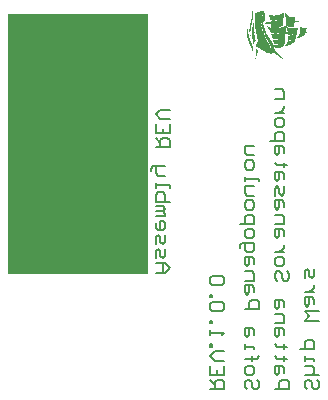
<source format=gbo>
G04*
G04 #@! TF.GenerationSoftware,Altium Limited,Altium Designer,22.1.2 (22)*
G04*
G04 Layer_Color=32896*
%FSLAX25Y25*%
%MOIN*%
G70*
G04*
G04 #@! TF.SameCoordinates,116BC8F2-B144-4446-8F30-5785F86A2056*
G04*
G04*
G04 #@! TF.FilePolarity,Positive*
G04*
G01*
G75*
%ADD14C,0.00787*%
%ADD169R,0.46500X0.87039*%
G36*
X281924Y241256D02*
X282089D01*
Y241174D01*
X282171D01*
Y241091D01*
X282253D01*
Y241009D01*
X282336D01*
Y240927D01*
X282418D01*
Y240844D01*
X282501D01*
Y240762D01*
X282583D01*
Y240680D01*
X282748D01*
Y240597D01*
X282830D01*
Y240515D01*
X282913D01*
Y240432D01*
X283077D01*
Y240350D01*
X283160D01*
Y240267D01*
X283325D01*
Y240185D01*
X283489D01*
Y240103D01*
X283737D01*
Y240020D01*
X284066D01*
Y239938D01*
X284973D01*
Y240020D01*
X285220D01*
Y240103D01*
X285467D01*
Y239691D01*
X285385D01*
Y239031D01*
X285302D01*
Y238537D01*
X286786D01*
Y238455D01*
X286950D01*
Y238372D01*
X286786D01*
Y238290D01*
X285302D01*
Y238207D01*
X285220D01*
Y237878D01*
X285138D01*
Y237218D01*
X285055D01*
Y236642D01*
X284973D01*
Y236559D01*
X283902D01*
Y236642D01*
X283572D01*
Y236724D01*
X283325D01*
Y236806D01*
X283077D01*
Y236889D01*
X282913D01*
Y236971D01*
X282748D01*
Y237054D01*
X282583D01*
Y237136D01*
X282418D01*
Y238784D01*
X282336D01*
Y239361D01*
X282253D01*
Y239773D01*
X282171D01*
Y240103D01*
X282089D01*
Y240432D01*
X282006D01*
Y240680D01*
X281924D01*
Y240927D01*
X281841D01*
Y241339D01*
X281924D01*
Y241256D01*
D02*
G37*
G36*
X269810Y236394D02*
X269728D01*
Y236477D01*
X269810D01*
Y236394D01*
D02*
G37*
G36*
X270882Y242575D02*
X270964D01*
Y242410D01*
X271046D01*
Y242245D01*
X271129D01*
Y242080D01*
X271211D01*
Y241915D01*
X271294D01*
Y241668D01*
X271376D01*
Y241256D01*
X271458D01*
Y240267D01*
X271376D01*
Y239691D01*
X271294D01*
Y239279D01*
X271211D01*
Y238949D01*
X271129D01*
Y238537D01*
X271046D01*
Y238207D01*
X270964D01*
Y237795D01*
X270882D01*
Y237466D01*
X270799D01*
Y237054D01*
X270717D01*
Y236559D01*
X270634D01*
Y236065D01*
X270552D01*
Y235323D01*
X270469D01*
Y234087D01*
X270552D01*
Y233593D01*
X270469D01*
Y233757D01*
X270387D01*
Y234005D01*
X270305D01*
Y234334D01*
X270222D01*
Y235076D01*
X270140D01*
Y235818D01*
X270222D01*
Y236559D01*
X270305D01*
Y237054D01*
X270387D01*
Y237466D01*
X270469D01*
Y237878D01*
X270552D01*
Y238290D01*
X270634D01*
Y238619D01*
X270717D01*
Y239031D01*
X270799D01*
Y239443D01*
X270882D01*
Y239938D01*
X270964D01*
Y240680D01*
X271046D01*
Y241174D01*
X270964D01*
Y241998D01*
Y242080D01*
Y242163D01*
X270882D01*
Y242575D01*
X270799D01*
Y242657D01*
X270882D01*
Y242575D01*
D02*
G37*
G36*
X287033Y236724D02*
X287198D01*
Y236642D01*
X287363D01*
Y236559D01*
X287610D01*
Y236477D01*
X287939D01*
Y236394D01*
X288928D01*
Y236477D01*
X289093D01*
Y236394D01*
X289175D01*
Y235982D01*
X289093D01*
Y235323D01*
X289011D01*
Y235076D01*
X290494D01*
Y234994D01*
X290576D01*
Y234911D01*
X290411D01*
Y234829D01*
X289340D01*
Y234746D01*
X288846D01*
Y234581D01*
X288763D01*
Y234417D01*
X288681D01*
Y234252D01*
X288598D01*
Y234087D01*
X288516D01*
Y234005D01*
X288434D01*
Y233922D01*
X288351D01*
Y233840D01*
X288269D01*
Y233757D01*
X288187D01*
Y233675D01*
X288022D01*
Y233593D01*
X287939D01*
Y233510D01*
X287774D01*
Y233428D01*
X287610D01*
Y233345D01*
X287445D01*
Y233263D01*
X287198D01*
Y233181D01*
X287033D01*
Y233098D01*
X286703D01*
Y233016D01*
X286291D01*
Y232933D01*
X286126D01*
Y233181D01*
X286209D01*
Y233263D01*
X286291D01*
Y233345D01*
X286374D01*
Y233510D01*
X286456D01*
Y233593D01*
X286538D01*
Y233757D01*
X286621D01*
Y233922D01*
X286703D01*
Y234170D01*
X286786D01*
Y234417D01*
X286868D01*
Y234664D01*
X286950D01*
Y235076D01*
X287033D01*
Y235241D01*
Y235323D01*
Y236147D01*
X286950D01*
Y236477D01*
X286868D01*
Y236642D01*
X286786D01*
Y236806D01*
X287033D01*
Y236724D01*
D02*
G37*
G36*
X275002Y241915D02*
X275084D01*
Y241421D01*
X275167D01*
Y240844D01*
X275249D01*
Y240350D01*
X275331D01*
Y239691D01*
X275414D01*
Y238784D01*
X275331D01*
Y238702D01*
X275084D01*
Y238619D01*
X274919D01*
Y238537D01*
X274837D01*
Y238455D01*
X274755D01*
Y238290D01*
X274672D01*
Y237960D01*
X274755D01*
Y237383D01*
X274837D01*
Y236971D01*
X274919D01*
Y236642D01*
X275002D01*
Y236394D01*
X275084D01*
Y236147D01*
X275167D01*
Y235900D01*
X275249D01*
Y235653D01*
X275331D01*
Y235488D01*
X275414D01*
Y235241D01*
X275496D01*
Y235076D01*
X275579D01*
Y234911D01*
X275661D01*
Y234746D01*
X275743D01*
Y234581D01*
X275826D01*
Y234417D01*
X275908D01*
Y234334D01*
X275991D01*
Y234170D01*
X276073D01*
Y234005D01*
X276155D01*
Y233840D01*
X276238D01*
Y233757D01*
X276320D01*
Y233593D01*
X276403D01*
Y233510D01*
X276485D01*
Y233345D01*
X276568D01*
Y233263D01*
X276650D01*
Y233098D01*
X276732D01*
Y233016D01*
X276815D01*
Y232851D01*
X276897D01*
Y232769D01*
X276979D01*
Y232686D01*
X277062D01*
Y232521D01*
X277144D01*
Y232439D01*
X277227D01*
Y232274D01*
X277309D01*
Y232192D01*
X277392D01*
Y232027D01*
X277474D01*
Y231945D01*
X277556D01*
Y231780D01*
X277639D01*
Y231697D01*
X277721D01*
Y231533D01*
X277803D01*
Y231368D01*
X277886D01*
Y231203D01*
X277968D01*
Y231038D01*
X278051D01*
Y230873D01*
X278133D01*
Y230709D01*
X279369D01*
Y230791D01*
X279699D01*
Y230873D01*
X279946D01*
Y230956D01*
X279616D01*
Y230873D01*
X278298D01*
Y230956D01*
X278216D01*
Y231533D01*
X278133D01*
Y232109D01*
X278051D01*
Y232357D01*
X279287D01*
Y232439D01*
X279616D01*
Y232521D01*
X279864D01*
Y232604D01*
X280028D01*
Y232686D01*
X279781D01*
Y232604D01*
X279287D01*
Y232521D01*
X278133D01*
Y232604D01*
X277968D01*
Y232851D01*
X277886D01*
Y233098D01*
X277803D01*
Y233345D01*
X277721D01*
Y233593D01*
X277639D01*
Y233840D01*
X277556D01*
Y234087D01*
X277474D01*
Y234252D01*
X277392D01*
Y234417D01*
X277556D01*
Y234334D01*
X277968D01*
Y234252D01*
X279369D01*
Y234334D01*
X279699D01*
Y234417D01*
X279946D01*
Y234499D01*
X280193D01*
Y234581D01*
X280358D01*
Y234664D01*
X280111D01*
Y234581D01*
X279781D01*
Y234499D01*
X279204D01*
Y234417D01*
X278216D01*
Y234499D01*
X277803D01*
Y234581D01*
X277556D01*
Y234664D01*
X277309D01*
Y234746D01*
X277227D01*
Y234829D01*
X277144D01*
Y234994D01*
X277062D01*
Y235158D01*
X276979D01*
Y235323D01*
X276897D01*
Y235488D01*
X276815D01*
Y235653D01*
X276732D01*
Y235818D01*
X276650D01*
Y235900D01*
X276568D01*
Y236065D01*
X276485D01*
Y236230D01*
X276403D01*
Y236312D01*
X276320D01*
Y236477D01*
X276238D01*
Y236559D01*
X276155D01*
Y236642D01*
X276073D01*
Y236806D01*
X275991D01*
Y236889D01*
X275908D01*
Y236971D01*
X276073D01*
Y236889D01*
X276238D01*
Y236806D01*
X276403D01*
Y236724D01*
X276568D01*
Y236642D01*
X276815D01*
Y236559D01*
X277062D01*
Y236477D01*
X277392D01*
Y237713D01*
X276815D01*
Y237631D01*
X275579D01*
Y237713D01*
X275496D01*
Y237795D01*
X275414D01*
Y238042D01*
X275496D01*
Y238125D01*
X275579D01*
Y238207D01*
X277392D01*
Y238290D01*
X277309D01*
Y238619D01*
X277886D01*
Y238537D01*
X278216D01*
Y238619D01*
X278875D01*
Y238702D01*
X279204D01*
Y238784D01*
X279452D01*
Y238867D01*
X279616D01*
Y238949D01*
X279287D01*
Y238867D01*
X278792D01*
Y238784D01*
X277556D01*
Y238867D01*
X277227D01*
Y239031D01*
X277144D01*
Y239279D01*
X277062D01*
Y239526D01*
X276979D01*
Y239691D01*
X276897D01*
Y239938D01*
X276815D01*
Y240103D01*
X276732D01*
Y240267D01*
X276650D01*
Y240432D01*
X276568D01*
Y240680D01*
X276815D01*
Y240597D01*
X277227D01*
Y240515D01*
X278051D01*
Y240432D01*
X278628D01*
Y240515D01*
X279204D01*
Y240597D01*
X279616D01*
Y240680D01*
X279864D01*
Y240762D01*
X280193D01*
Y240844D01*
X280440D01*
Y240927D01*
X280605D01*
Y241009D01*
X280853D01*
Y241091D01*
X281017D01*
Y241174D01*
X281182D01*
Y241256D01*
X281347D01*
Y241339D01*
X281594D01*
Y240515D01*
X281512D01*
Y239691D01*
X281429D01*
Y238702D01*
X281347D01*
Y237795D01*
X281264D01*
Y237218D01*
X281182D01*
Y237136D01*
X281017D01*
Y237054D01*
X280935D01*
Y236971D01*
X280853D01*
Y236889D01*
X280688D01*
Y236806D01*
X280605D01*
Y236724D01*
X280440D01*
Y236642D01*
X280276D01*
Y236559D01*
X280111D01*
Y236477D01*
X279864D01*
Y236394D01*
X279534D01*
Y236312D01*
X279287D01*
Y236230D01*
X279699D01*
Y236312D01*
X280028D01*
Y236394D01*
X280358D01*
Y236477D01*
X280605D01*
Y236559D01*
X280853D01*
Y236642D01*
X281182D01*
Y236724D01*
X281347D01*
Y236806D01*
X281594D01*
Y236889D01*
X281759D01*
Y236971D01*
X281924D01*
Y237054D01*
X282336D01*
Y236971D01*
X282418D01*
Y236889D01*
X282501D01*
Y236806D01*
X282665D01*
Y236724D01*
X282748D01*
Y236642D01*
X282913D01*
Y236559D01*
X283077D01*
Y236477D01*
X283325D01*
Y236394D01*
X283572D01*
Y236312D01*
X283902D01*
Y236230D01*
X284314D01*
Y236147D01*
X285385D01*
Y236230D01*
X285714D01*
Y236312D01*
X285962D01*
Y236394D01*
X286126D01*
Y236477D01*
X286209D01*
Y236559D01*
X286291D01*
Y236642D01*
X286456D01*
Y236559D01*
X286374D01*
Y236230D01*
X286291D01*
Y235900D01*
X286209D01*
Y235488D01*
X286126D01*
Y235076D01*
X286044D01*
Y234746D01*
X285962D01*
Y234417D01*
X285879D01*
Y234005D01*
X285797D01*
Y233675D01*
X285714D01*
Y233263D01*
X285632D01*
Y232851D01*
X285550D01*
Y232521D01*
X285467D01*
Y232192D01*
X285385D01*
Y232027D01*
X285302D01*
Y231945D01*
X285220D01*
Y231780D01*
X285138D01*
Y231697D01*
X285055D01*
Y231615D01*
X284973D01*
Y231533D01*
X284890D01*
Y231450D01*
X284725D01*
Y231368D01*
X284643D01*
Y231285D01*
X284561D01*
Y231203D01*
X284478D01*
Y231120D01*
X284314D01*
Y231038D01*
X284149D01*
Y230956D01*
X284066D01*
Y230873D01*
X283902D01*
Y230791D01*
X283654D01*
Y230709D01*
X283489D01*
Y230626D01*
X283242D01*
Y230544D01*
X282913D01*
Y230461D01*
X281924D01*
Y230544D01*
X282089D01*
Y230626D01*
X282171D01*
Y230709D01*
X282253D01*
Y230791D01*
X282336D01*
Y230873D01*
X282418D01*
Y231038D01*
X282501D01*
Y231120D01*
X282583D01*
Y231203D01*
X282665D01*
Y231368D01*
X282748D01*
Y231533D01*
X282830D01*
Y231780D01*
X282913D01*
Y231945D01*
X283407D01*
Y232027D01*
X283737D01*
Y232109D01*
X283984D01*
Y232192D01*
X284231D01*
Y232274D01*
X284396D01*
Y232357D01*
X284149D01*
Y232274D01*
X283819D01*
Y232192D01*
X283242D01*
Y232109D01*
X282995D01*
Y232357D01*
X283077D01*
Y233757D01*
X283737D01*
Y233840D01*
X284066D01*
Y233922D01*
X284314D01*
Y234005D01*
X284561D01*
Y234087D01*
X284725D01*
Y234170D01*
X284478D01*
Y234087D01*
X284149D01*
Y234005D01*
X283407D01*
Y233922D01*
X283077D01*
Y234170D01*
X282995D01*
Y234417D01*
X282171D01*
Y234334D01*
X282089D01*
Y233675D01*
X282006D01*
Y232851D01*
X281924D01*
Y232027D01*
X281841D01*
Y231120D01*
X281759D01*
Y230626D01*
X281677D01*
Y230544D01*
X281594D01*
Y230379D01*
X281512D01*
Y230296D01*
X281429D01*
Y230214D01*
X281347D01*
Y230132D01*
X281264D01*
Y230049D01*
X281100D01*
Y229967D01*
X280935D01*
Y229885D01*
X280770D01*
Y229802D01*
X280523D01*
Y229720D01*
X280028D01*
Y229637D01*
X279040D01*
Y229720D01*
X278710D01*
Y229802D01*
X278545D01*
Y229885D01*
X278463D01*
Y229390D01*
X278545D01*
Y228731D01*
X278628D01*
Y228648D01*
X278710D01*
Y228566D01*
X278792D01*
Y228484D01*
X278875D01*
Y228401D01*
X278957D01*
Y228319D01*
X279040D01*
Y228236D01*
X279204D01*
Y228154D01*
X279287D01*
Y228071D01*
X279369D01*
Y227989D01*
X279452D01*
Y227907D01*
X279534D01*
Y227824D01*
X279616D01*
Y227742D01*
X279699D01*
Y227660D01*
X279781D01*
Y227577D01*
X279864D01*
Y227495D01*
X279946D01*
Y227412D01*
X280028D01*
Y227330D01*
X280111D01*
Y227248D01*
X280276D01*
Y227165D01*
X280358D01*
Y227083D01*
X280440D01*
Y227000D01*
X280523D01*
Y226918D01*
X280605D01*
Y226835D01*
X280688D01*
Y226753D01*
X280770D01*
Y226671D01*
X280853D01*
Y226588D01*
X280935D01*
Y226506D01*
X281017D01*
Y226424D01*
X281100D01*
Y226341D01*
X281182D01*
Y226259D01*
X281347D01*
Y226176D01*
X281429D01*
Y226094D01*
X281512D01*
Y226011D01*
X281594D01*
Y225929D01*
X281677D01*
Y225847D01*
X281264D01*
Y225929D01*
X281100D01*
Y226011D01*
X281017D01*
Y226094D01*
X280853D01*
Y226176D01*
X280770D01*
Y226259D01*
X280688D01*
Y226341D01*
X280523D01*
Y226424D01*
X280440D01*
Y226506D01*
X280358D01*
Y226588D01*
X280193D01*
Y226671D01*
X280111D01*
Y226753D01*
X280028D01*
Y226835D01*
X279864D01*
Y226918D01*
X279781D01*
Y227000D01*
X279699D01*
Y227083D01*
X279534D01*
Y227165D01*
X279452D01*
Y227248D01*
X279287D01*
Y227330D01*
X279204D01*
Y227412D01*
X279122D01*
Y227495D01*
X278957D01*
Y227577D01*
X278875D01*
Y227660D01*
X278792D01*
Y227742D01*
X278710D01*
Y227824D01*
X278545D01*
Y227907D01*
X278133D01*
Y227824D01*
X277556D01*
Y227742D01*
X276979D01*
Y227824D01*
X276485D01*
Y227907D01*
X276238D01*
Y227989D01*
X275991D01*
Y228071D01*
X275743D01*
Y228154D01*
X275579D01*
Y228236D01*
X275414D01*
Y228319D01*
X275331D01*
Y228401D01*
X275167D01*
Y228484D01*
X275002D01*
Y228566D01*
X274919D01*
Y228648D01*
X274755D01*
Y228731D01*
X274672D01*
Y228813D01*
X274507D01*
Y228896D01*
X274425D01*
Y228978D01*
X274342D01*
Y229060D01*
X274178D01*
Y229143D01*
X274095D01*
Y229225D01*
X274013D01*
Y229308D01*
X273848D01*
Y229390D01*
X273766D01*
Y229472D01*
X273601D01*
Y229555D01*
X273518D01*
Y229637D01*
X273354D01*
Y229720D01*
X273271D01*
Y229802D01*
X273106D01*
Y229885D01*
X272942D01*
Y229967D01*
X272777D01*
Y230049D01*
X272612D01*
Y230132D01*
X272447D01*
Y230214D01*
X272200D01*
Y230296D01*
X272118D01*
Y230379D01*
X272200D01*
Y230544D01*
X272282D01*
Y230626D01*
X272365D01*
Y230791D01*
X272447D01*
Y230956D01*
X272530D01*
Y231120D01*
X272612D01*
Y231285D01*
X272694D01*
Y231533D01*
X272777D01*
Y231780D01*
X272859D01*
Y232521D01*
X272777D01*
Y233016D01*
X272694D01*
Y233428D01*
X272612D01*
Y233757D01*
X272530D01*
Y234170D01*
X272447D01*
Y234499D01*
X272365D01*
Y234911D01*
X272282D01*
Y235323D01*
X272200D01*
Y235900D01*
X272118D01*
Y236971D01*
X272035D01*
Y241174D01*
X272118D01*
Y241256D01*
X272282D01*
Y241339D01*
X272447D01*
Y241421D01*
X272694D01*
Y241504D01*
X272859D01*
Y241586D01*
X273106D01*
Y241668D01*
X273271D01*
Y241751D01*
X273518D01*
Y241833D01*
X273848D01*
Y241915D01*
X274178D01*
Y241998D01*
X274755D01*
Y242080D01*
X275002D01*
Y241915D01*
D02*
G37*
G36*
X271706Y237466D02*
X271623D01*
Y235653D01*
X271706D01*
Y235076D01*
X271788D01*
Y234829D01*
X271870D01*
Y234499D01*
X271788D01*
Y233922D01*
X271870D01*
Y233757D01*
X271953D01*
Y233675D01*
X272035D01*
Y233428D01*
X271953D01*
Y232769D01*
X272035D01*
Y232521D01*
X272118D01*
Y232274D01*
X272200D01*
Y232109D01*
X272282D01*
Y232027D01*
X272200D01*
Y231945D01*
X272118D01*
Y231862D01*
X272035D01*
Y231780D01*
X271953D01*
Y231697D01*
X271870D01*
Y231615D01*
X271788D01*
Y231450D01*
X271706D01*
Y230461D01*
X271788D01*
Y230379D01*
X271706D01*
Y230296D01*
X271623D01*
Y230626D01*
X271541D01*
Y230956D01*
X271458D01*
Y231285D01*
X271376D01*
Y231697D01*
X271294D01*
Y232109D01*
X271211D01*
Y232686D01*
X271129D01*
Y233345D01*
X271046D01*
Y235982D01*
X271129D01*
Y236147D01*
Y236230D01*
Y236559D01*
X271211D01*
Y236889D01*
X271294D01*
Y237301D01*
X271376D01*
Y237548D01*
X271458D01*
Y237878D01*
X271541D01*
Y238125D01*
X271623D01*
Y238207D01*
X271706D01*
Y237466D01*
D02*
G37*
G36*
X269728Y234911D02*
X269810D01*
Y234334D01*
X269893D01*
Y233922D01*
X269975D01*
Y233593D01*
X270058D01*
Y233263D01*
X270140D01*
Y233016D01*
X270222D01*
Y232769D01*
X270305D01*
Y232521D01*
X270387D01*
Y232274D01*
X270469D01*
Y232109D01*
X270552D01*
Y231945D01*
X270634D01*
Y231697D01*
X270717D01*
Y231533D01*
X270799D01*
Y231368D01*
X270882D01*
Y231120D01*
X270964D01*
Y230873D01*
X271046D01*
Y230626D01*
X271129D01*
Y230296D01*
X271211D01*
Y228731D01*
X271129D01*
Y228896D01*
X271046D01*
Y229308D01*
X270964D01*
Y229555D01*
X270882D01*
Y229802D01*
X270799D01*
Y229967D01*
X270717D01*
Y230132D01*
X270634D01*
Y230296D01*
X270552D01*
Y230461D01*
X270469D01*
Y230626D01*
X270387D01*
Y230709D01*
X270305D01*
Y230873D01*
X270222D01*
Y231120D01*
X270140D01*
Y231285D01*
X270058D01*
Y231450D01*
X269975D01*
Y231615D01*
X269893D01*
Y231862D01*
X269810D01*
Y232109D01*
X269728D01*
Y232357D01*
X269645D01*
Y232604D01*
X269563D01*
Y232933D01*
X269481D01*
Y233263D01*
X269398D01*
Y233757D01*
X269316D01*
Y235406D01*
X269398D01*
Y235735D01*
X269481D01*
Y236065D01*
X269563D01*
Y236230D01*
X269645D01*
Y236394D01*
X269728D01*
Y234911D01*
D02*
G37*
G36*
X272282Y229637D02*
X272365D01*
Y229472D01*
X272447D01*
Y229390D01*
X272530D01*
Y229308D01*
X272612D01*
Y229143D01*
X272694D01*
Y228978D01*
X272777D01*
Y228813D01*
X272859D01*
Y227989D01*
X272777D01*
Y227660D01*
X272694D01*
Y227412D01*
X272612D01*
Y227248D01*
X272530D01*
Y227165D01*
Y227083D01*
Y227000D01*
X272447D01*
Y226835D01*
X272365D01*
Y226588D01*
X272282D01*
Y226259D01*
X272200D01*
Y226011D01*
X272118D01*
Y226341D01*
X272200D01*
Y227083D01*
X272282D01*
Y227660D01*
X272365D01*
Y229143D01*
X272282D01*
Y229472D01*
X272200D01*
Y229720D01*
X272282D01*
Y229637D01*
D02*
G37*
%LPC*%
G36*
X274507Y241421D02*
X274260D01*
Y241339D01*
X274178D01*
Y241174D01*
X274260D01*
Y241091D01*
X274425D01*
Y241174D01*
X274507D01*
Y241421D01*
D02*
G37*
G36*
X274672Y240597D02*
X274342D01*
Y240350D01*
X274425D01*
Y240267D01*
X274507D01*
Y240350D01*
X274672D01*
Y240597D01*
D02*
G37*
G36*
Y239855D02*
X274507D01*
Y239773D01*
X274425D01*
Y239608D01*
X274507D01*
Y239526D01*
X274672D01*
Y239608D01*
X274755D01*
Y239773D01*
X274672D01*
Y239855D01*
D02*
G37*
G36*
X279946Y239114D02*
X279864D01*
Y239031D01*
X279946D01*
Y239114D01*
D02*
G37*
G36*
X279781Y239031D02*
X279616D01*
Y238949D01*
X279781D01*
Y239031D01*
D02*
G37*
G36*
X274095Y238042D02*
X273931D01*
Y237960D01*
X273848D01*
Y237795D01*
X273931D01*
Y237713D01*
X274178D01*
Y237960D01*
X274095D01*
Y238042D01*
D02*
G37*
G36*
X274342Y236971D02*
X274095D01*
Y236642D01*
X274342D01*
Y236724D01*
X274425D01*
Y236806D01*
X274342D01*
Y236971D01*
D02*
G37*
G36*
X274672Y235818D02*
X274425D01*
Y235653D01*
X274342D01*
Y235570D01*
X274425D01*
Y235406D01*
X274672D01*
Y235488D01*
X274755D01*
Y235735D01*
X274672D01*
Y235818D01*
D02*
G37*
G36*
X282418Y236312D02*
X282336D01*
Y236230D01*
X282253D01*
Y235406D01*
X282171D01*
Y234829D01*
X282336D01*
Y234911D01*
X282418D01*
Y234829D01*
X282501D01*
Y234911D01*
X282583D01*
Y234829D01*
X282665D01*
Y234911D01*
X282748D01*
Y234829D01*
X282830D01*
Y234911D01*
X282913D01*
Y234994D01*
X282830D01*
Y235241D01*
X282748D01*
Y235488D01*
X282665D01*
Y235735D01*
X282583D01*
Y235900D01*
X282501D01*
Y236147D01*
X282418D01*
Y236312D01*
D02*
G37*
G36*
X280523Y234746D02*
X280358D01*
Y234664D01*
X280523D01*
Y234746D01*
D02*
G37*
G36*
X284890Y234252D02*
X284725D01*
Y234170D01*
X284890D01*
Y234252D01*
D02*
G37*
G36*
X275167Y234499D02*
X274919D01*
Y234417D01*
X274837D01*
Y234087D01*
X275002D01*
Y234005D01*
X275084D01*
Y234087D01*
X275249D01*
Y234417D01*
X275167D01*
Y234499D01*
D02*
G37*
G36*
X280193Y232769D02*
X280111D01*
Y232686D01*
X280193D01*
Y232769D01*
D02*
G37*
G36*
X284561Y232439D02*
X284396D01*
Y232357D01*
X284561D01*
Y232439D01*
D02*
G37*
G36*
X275496Y233181D02*
X275414D01*
Y233016D01*
X275496D01*
Y232851D01*
X275579D01*
Y232686D01*
X275661D01*
Y232604D01*
X275743D01*
Y232439D01*
X275826D01*
Y232274D01*
X275908D01*
Y232192D01*
X275991D01*
Y232027D01*
X276073D01*
Y231862D01*
X276155D01*
Y231780D01*
X276238D01*
Y231615D01*
X276320D01*
Y231533D01*
X276403D01*
Y231368D01*
X276485D01*
Y231203D01*
X276568D01*
Y231120D01*
X276650D01*
Y230956D01*
X276732D01*
Y230791D01*
X276815D01*
Y230626D01*
X276897D01*
Y230379D01*
X276979D01*
Y230214D01*
X277062D01*
Y229967D01*
X277144D01*
Y229637D01*
X277227D01*
Y229060D01*
X277309D01*
Y228731D01*
X277392D01*
Y229885D01*
X277309D01*
Y230214D01*
X277227D01*
Y230461D01*
X277144D01*
Y230626D01*
X277062D01*
Y230791D01*
X276979D01*
Y230956D01*
X276897D01*
Y231120D01*
X276815D01*
Y231285D01*
X276732D01*
Y231368D01*
X276650D01*
Y231533D01*
X276568D01*
Y231697D01*
X276485D01*
Y231780D01*
X276403D01*
Y231945D01*
X276320D01*
Y232027D01*
X276238D01*
Y232192D01*
X276155D01*
Y232274D01*
X276073D01*
Y232357D01*
X275991D01*
Y232521D01*
X275908D01*
Y232604D01*
X275826D01*
Y232686D01*
X275743D01*
Y232851D01*
X275661D01*
Y232933D01*
X275579D01*
Y233016D01*
X275496D01*
Y233181D01*
D02*
G37*
%LPD*%
D14*
X238862Y154787D02*
X242010D01*
X243585Y156362D01*
X242010Y157936D01*
X238862D01*
X241223D01*
Y154787D01*
X238862Y159510D02*
Y161872D01*
X239649Y162659D01*
X240436Y161872D01*
Y160298D01*
X241223Y159510D01*
X242010Y160298D01*
Y162659D01*
X238862Y164233D02*
Y166595D01*
X239649Y167382D01*
X240436Y166595D01*
Y165020D01*
X241223Y164233D01*
X242010Y165020D01*
Y167382D01*
X238862Y171318D02*
Y169743D01*
X239649Y168956D01*
X241223D01*
X242010Y169743D01*
Y171318D01*
X241223Y172105D01*
X240436D01*
Y168956D01*
X238862Y173679D02*
X242010D01*
Y174466D01*
X241223Y175253D01*
X238862D01*
X241223D01*
X242010Y176040D01*
X241223Y176828D01*
X238862D01*
X243585Y178402D02*
X238862D01*
Y180763D01*
X239649Y181550D01*
X240436D01*
X241223D01*
X242010Y180763D01*
Y178402D01*
X238862Y183125D02*
Y184699D01*
Y183912D01*
X243585D01*
Y183125D01*
X242010Y187060D02*
X239649D01*
X238862Y187848D01*
Y190209D01*
X238075D01*
X237287Y189422D01*
Y188635D01*
X238862Y190209D02*
X242010D01*
X238862Y196506D02*
X243585D01*
Y198868D01*
X242797Y199655D01*
X241223D01*
X240436Y198868D01*
Y196506D01*
Y198081D02*
X238862Y199655D01*
X243585Y204378D02*
Y201229D01*
X238862D01*
Y204378D01*
X241223Y201229D02*
Y202803D01*
X243585Y205952D02*
X240436D01*
X238862Y207526D01*
X240436Y209101D01*
X243585D01*
X256987Y115887D02*
X261710D01*
Y118249D01*
X260923Y119036D01*
X259349D01*
X258562Y118249D01*
Y115887D01*
Y117462D02*
X256987Y119036D01*
X261710Y123759D02*
Y120610D01*
X256987D01*
Y123759D01*
X259349Y120610D02*
Y122185D01*
X261710Y125333D02*
X258562D01*
X256987Y126908D01*
X258562Y128482D01*
X261710D01*
X256987Y130056D02*
X257775D01*
Y130843D01*
X256987D01*
Y130056D01*
Y133992D02*
Y135566D01*
Y134779D01*
X261710D01*
X260923Y133992D01*
X256987Y137927D02*
X257775D01*
Y138715D01*
X256987D01*
Y137927D01*
X260923Y141863D02*
X261710Y142650D01*
Y144225D01*
X260923Y145012D01*
X257775D01*
X256987Y144225D01*
Y142650D01*
X257775Y141863D01*
X260923D01*
X256987Y146586D02*
X257775D01*
Y147373D01*
X256987D01*
Y146586D01*
X260923Y150522D02*
X261710Y151309D01*
Y152883D01*
X260923Y153671D01*
X257775D01*
X256987Y152883D01*
Y151309D01*
X257775Y150522D01*
X260923D01*
X278562Y115887D02*
X283285D01*
Y118249D01*
X282497Y119036D01*
X280923D01*
X280136Y118249D01*
Y115887D01*
X281710Y121397D02*
Y122972D01*
X280923Y123759D01*
X278562D01*
Y121397D01*
X279349Y120610D01*
X280136Y121397D01*
Y123759D01*
X282497Y126120D02*
X281710D01*
Y125333D01*
Y126907D01*
Y126120D01*
X279349D01*
X278562Y126907D01*
X282497Y130056D02*
X281710D01*
Y129269D01*
Y130843D01*
Y130056D01*
X279349D01*
X278562Y130843D01*
X281710Y133992D02*
Y135566D01*
X280923Y136353D01*
X278562D01*
Y133992D01*
X279349Y133205D01*
X280136Y133992D01*
Y136353D01*
X278562Y137927D02*
X281710D01*
Y140289D01*
X280923Y141076D01*
X278562D01*
X281710Y143438D02*
Y145012D01*
X280923Y145799D01*
X278562D01*
Y143438D01*
X279349Y142650D01*
X280136Y143438D01*
Y145799D01*
X282497Y155245D02*
X283285Y154458D01*
Y152883D01*
X282497Y152096D01*
X281710D01*
X280923Y152883D01*
Y154458D01*
X280136Y155245D01*
X279349D01*
X278562Y154458D01*
Y152883D01*
X279349Y152096D01*
X278562Y157606D02*
Y159180D01*
X279349Y159968D01*
X280923D01*
X281710Y159180D01*
Y157606D01*
X280923Y156819D01*
X279349D01*
X278562Y157606D01*
X281710Y161542D02*
X278562D01*
X280136D01*
X280923Y162329D01*
X281710Y163116D01*
Y163903D01*
Y167052D02*
Y168626D01*
X280923Y169413D01*
X278562D01*
Y167052D01*
X279349Y166265D01*
X280136Y167052D01*
Y169413D01*
X278562Y170988D02*
X281710D01*
Y173349D01*
X280923Y174136D01*
X278562D01*
X281710Y176498D02*
Y178072D01*
X280923Y178859D01*
X278562D01*
Y176498D01*
X279349Y175711D01*
X280136Y176498D01*
Y178859D01*
X278562Y180433D02*
Y182795D01*
X279349Y183582D01*
X280136Y182795D01*
Y181221D01*
X280923Y180433D01*
X281710Y181221D01*
Y183582D01*
Y185943D02*
Y187518D01*
X280923Y188305D01*
X278562D01*
Y185943D01*
X279349Y185156D01*
X280136Y185943D01*
Y188305D01*
X282497Y190666D02*
X281710D01*
Y189879D01*
Y191454D01*
Y190666D01*
X279349D01*
X278562Y191454D01*
X281710Y194602D02*
Y196176D01*
X280923Y196964D01*
X278562D01*
Y194602D01*
X279349Y193815D01*
X280136Y194602D01*
Y196964D01*
X276987Y198538D02*
X281710D01*
Y200899D01*
X280923Y201686D01*
X279349D01*
X278562Y200899D01*
Y198538D01*
Y204048D02*
Y205622D01*
X279349Y206409D01*
X280923D01*
X281710Y205622D01*
Y204048D01*
X280923Y203261D01*
X279349D01*
X278562Y204048D01*
X281710Y207984D02*
X278562D01*
X280136D01*
X280923Y208771D01*
X281710Y209558D01*
Y210345D01*
X278562Y212706D02*
X281710D01*
Y215068D01*
X280923Y215855D01*
X278562D01*
X292497Y119036D02*
X293285Y118249D01*
Y116674D01*
X292497Y115887D01*
X291710D01*
X290923Y116674D01*
Y118249D01*
X290136Y119036D01*
X289349D01*
X288562Y118249D01*
Y116674D01*
X289349Y115887D01*
X293285Y120610D02*
X288562D01*
X290923D01*
X291710Y121397D01*
Y122972D01*
X290923Y123759D01*
X288562D01*
Y125333D02*
Y126907D01*
Y126120D01*
X291710D01*
Y125333D01*
X286987Y129269D02*
X291710D01*
Y131630D01*
X290923Y132418D01*
X289349D01*
X288562Y131630D01*
Y129269D01*
X293285Y138715D02*
X288562D01*
X290136Y140289D01*
X288562Y141863D01*
X293285D01*
X291710Y144225D02*
Y145799D01*
X290923Y146586D01*
X288562D01*
Y144225D01*
X289349Y143438D01*
X290136Y144225D01*
Y146586D01*
X291710Y148160D02*
X288562D01*
X290136D01*
X290923Y148948D01*
X291710Y149735D01*
Y150522D01*
X288562Y152883D02*
Y155245D01*
X289349Y156032D01*
X290136Y155245D01*
Y153671D01*
X290923Y152883D01*
X291710Y153671D01*
Y156032D01*
X272497Y119036D02*
X273285Y118249D01*
Y116674D01*
X272497Y115887D01*
X271710D01*
X270923Y116674D01*
Y118249D01*
X270136Y119036D01*
X269349D01*
X268562Y118249D01*
Y116674D01*
X269349Y115887D01*
X268562Y121397D02*
Y122972D01*
X269349Y123759D01*
X270923D01*
X271710Y122972D01*
Y121397D01*
X270923Y120610D01*
X269349D01*
X268562Y121397D01*
Y126120D02*
X272497D01*
X270923D01*
Y125333D01*
Y126907D01*
Y126120D01*
X272497D01*
X273285Y126907D01*
X268562Y129269D02*
Y130843D01*
Y130056D01*
X271710D01*
Y129269D01*
Y133992D02*
Y135566D01*
X270923Y136353D01*
X268562D01*
Y133992D01*
X269349Y133205D01*
X270136Y133992D01*
Y136353D01*
X268562Y142650D02*
X273285D01*
Y145012D01*
X272497Y145799D01*
X270923D01*
X270136Y145012D01*
Y142650D01*
X271710Y148160D02*
Y149735D01*
X270923Y150522D01*
X268562D01*
Y148160D01*
X269349Y147373D01*
X270136Y148160D01*
Y150522D01*
X268562Y152096D02*
X271710D01*
Y154458D01*
X270923Y155245D01*
X268562D01*
X271710Y157606D02*
Y159180D01*
X270923Y159968D01*
X268562D01*
Y157606D01*
X269349Y156819D01*
X270136Y157606D01*
Y159968D01*
X266987Y163116D02*
Y163903D01*
X267775Y164690D01*
X271710D01*
Y162329D01*
X270923Y161542D01*
X269349D01*
X268562Y162329D01*
Y164690D01*
Y167052D02*
Y168626D01*
X269349Y169413D01*
X270923D01*
X271710Y168626D01*
Y167052D01*
X270923Y166265D01*
X269349D01*
X268562Y167052D01*
X266987Y170988D02*
X271710D01*
Y173349D01*
X270923Y174136D01*
X269349D01*
X268562Y173349D01*
Y170988D01*
Y176498D02*
Y178072D01*
X269349Y178859D01*
X270923D01*
X271710Y178072D01*
Y176498D01*
X270923Y175711D01*
X269349D01*
X268562Y176498D01*
X271710Y180433D02*
X269349D01*
X268562Y181221D01*
Y183582D01*
X271710D01*
X268562Y185156D02*
Y186731D01*
Y185943D01*
X273285D01*
Y185156D01*
X268562Y189879D02*
Y191454D01*
X269349Y192241D01*
X270923D01*
X271710Y191454D01*
Y189879D01*
X270923Y189092D01*
X269349D01*
X268562Y189879D01*
X271710Y193815D02*
X269349D01*
X268562Y194602D01*
Y196964D01*
X271710D01*
D169*
X212850Y197519D02*
D03*
M02*

</source>
